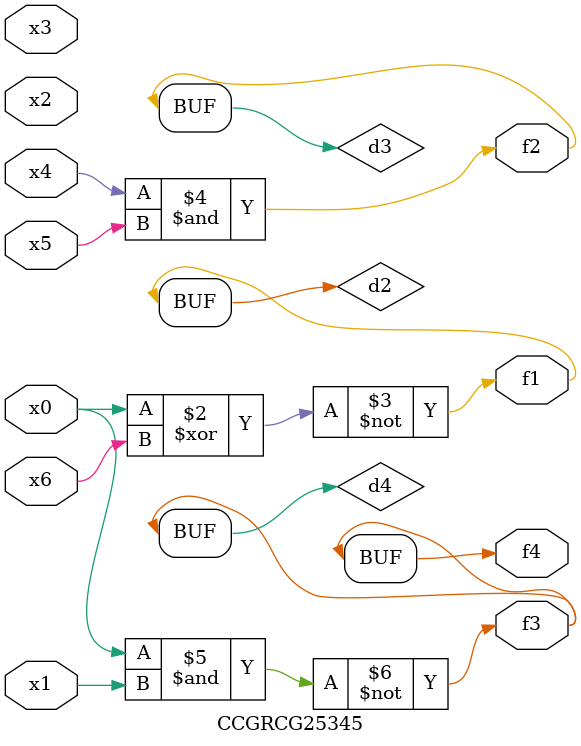
<source format=v>
module CCGRCG25345(
	input x0, x1, x2, x3, x4, x5, x6,
	output f1, f2, f3, f4
);

	wire d1, d2, d3, d4;

	nor (d1, x0);
	xnor (d2, x0, x6);
	and (d3, x4, x5);
	nand (d4, x0, x1);
	assign f1 = d2;
	assign f2 = d3;
	assign f3 = d4;
	assign f4 = d4;
endmodule

</source>
